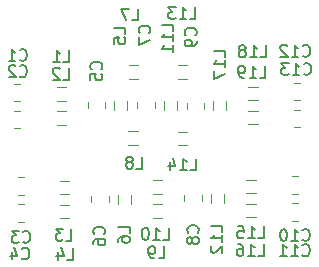
<source format=gbr>
%TF.GenerationSoftware,KiCad,Pcbnew,(5.99.0-10394-g2e15de97e0)*%
%TF.CreationDate,2021-05-18T08:37:06+02:00*%
%TF.ProjectId,BP02A,42503032-412e-46b6-9963-61645f706362,rev?*%
%TF.SameCoordinates,Original*%
%TF.FileFunction,Legend,Bot*%
%TF.FilePolarity,Positive*%
%FSLAX46Y46*%
G04 Gerber Fmt 4.6, Leading zero omitted, Abs format (unit mm)*
G04 Created by KiCad (PCBNEW (5.99.0-10394-g2e15de97e0)) date 2021-05-18 08:37:06*
%MOMM*%
%LPD*%
G01*
G04 APERTURE LIST*
%ADD10C,0.150000*%
%ADD11C,0.120000*%
G04 APERTURE END LIST*
D10*
%TO.C,L10*%
X29675057Y12501619D02*
X30151247Y12501619D01*
X30151247Y13501619D01*
X28817914Y12501619D02*
X29389342Y12501619D01*
X29103628Y12501619D02*
X29103628Y13501619D01*
X29198866Y13358761D01*
X29294104Y13263523D01*
X29389342Y13215904D01*
X28198866Y13501619D02*
X28103628Y13501619D01*
X28008390Y13454000D01*
X27960771Y13406380D01*
X27913152Y13311142D01*
X27865533Y13120666D01*
X27865533Y12882571D01*
X27913152Y12692095D01*
X27960771Y12596857D01*
X28008390Y12549238D01*
X28103628Y12501619D01*
X28198866Y12501619D01*
X28294104Y12549238D01*
X28341723Y12596857D01*
X28389342Y12692095D01*
X28436961Y12882571D01*
X28436961Y13120666D01*
X28389342Y13311142D01*
X28341723Y13406380D01*
X28294104Y13454000D01*
X28198866Y13501619D01*
%TO.C,C5*%
X24417342Y26929866D02*
X24464961Y26977485D01*
X24512580Y27120342D01*
X24512580Y27215580D01*
X24464961Y27358438D01*
X24369723Y27453676D01*
X24274485Y27501295D01*
X24084009Y27548914D01*
X23941152Y27548914D01*
X23750676Y27501295D01*
X23655438Y27453676D01*
X23560200Y27358438D01*
X23512580Y27215580D01*
X23512580Y27120342D01*
X23560200Y26977485D01*
X23607819Y26929866D01*
X23512580Y26025104D02*
X23512580Y26501295D01*
X23988771Y26548914D01*
X23941152Y26501295D01*
X23893533Y26406057D01*
X23893533Y26167961D01*
X23941152Y26072723D01*
X23988771Y26025104D01*
X24084009Y25977485D01*
X24322104Y25977485D01*
X24417342Y26025104D01*
X24464961Y26072723D01*
X24512580Y26167961D01*
X24512580Y26406057D01*
X24464961Y26501295D01*
X24417342Y26548914D01*
%TO.C,L1*%
X21229666Y27530019D02*
X21705857Y27530019D01*
X21705857Y28530019D01*
X20372523Y27530019D02*
X20943952Y27530019D01*
X20658238Y27530019D02*
X20658238Y28530019D01*
X20753476Y28387161D01*
X20848714Y28291923D01*
X20943952Y28244304D01*
%TO.C,L13*%
X31920457Y31196019D02*
X32396647Y31196019D01*
X32396647Y32196019D01*
X31063314Y31196019D02*
X31634742Y31196019D01*
X31349028Y31196019D02*
X31349028Y32196019D01*
X31444266Y32053161D01*
X31539504Y31957923D01*
X31634742Y31910304D01*
X30729980Y32196019D02*
X30110933Y32196019D01*
X30444266Y31815066D01*
X30301409Y31815066D01*
X30206171Y31767447D01*
X30158552Y31719828D01*
X30110933Y31624590D01*
X30110933Y31386495D01*
X30158552Y31291257D01*
X30206171Y31243638D01*
X30301409Y31196019D01*
X30587123Y31196019D01*
X30682361Y31243638D01*
X30729980Y31291257D01*
%TO.C,C12*%
X41496257Y28090857D02*
X41543876Y28043238D01*
X41686733Y27995619D01*
X41781971Y27995619D01*
X41924828Y28043238D01*
X42020066Y28138476D01*
X42067685Y28233714D01*
X42115304Y28424190D01*
X42115304Y28567047D01*
X42067685Y28757523D01*
X42020066Y28852761D01*
X41924828Y28948000D01*
X41781971Y28995619D01*
X41686733Y28995619D01*
X41543876Y28948000D01*
X41496257Y28900380D01*
X40543876Y27995619D02*
X41115304Y27995619D01*
X40829590Y27995619D02*
X40829590Y28995619D01*
X40924828Y28852761D01*
X41020066Y28757523D01*
X41115304Y28709904D01*
X40162923Y28900380D02*
X40115304Y28948000D01*
X40020066Y28995619D01*
X39781971Y28995619D01*
X39686733Y28948000D01*
X39639114Y28900380D01*
X39591495Y28805142D01*
X39591495Y28709904D01*
X39639114Y28567047D01*
X40210542Y27995619D01*
X39591495Y27995619D01*
%TO.C,L18*%
X37889457Y27944819D02*
X38365647Y27944819D01*
X38365647Y28944819D01*
X37032314Y27944819D02*
X37603742Y27944819D01*
X37318028Y27944819D02*
X37318028Y28944819D01*
X37413266Y28801961D01*
X37508504Y28706723D01*
X37603742Y28659104D01*
X36460885Y28516247D02*
X36556123Y28563866D01*
X36603742Y28611485D01*
X36651361Y28706723D01*
X36651361Y28754342D01*
X36603742Y28849580D01*
X36556123Y28897200D01*
X36460885Y28944819D01*
X36270409Y28944819D01*
X36175171Y28897200D01*
X36127552Y28849580D01*
X36079933Y28754342D01*
X36079933Y28706723D01*
X36127552Y28611485D01*
X36175171Y28563866D01*
X36270409Y28516247D01*
X36460885Y28516247D01*
X36556123Y28468628D01*
X36603742Y28421009D01*
X36651361Y28325771D01*
X36651361Y28135295D01*
X36603742Y28040057D01*
X36556123Y27992438D01*
X36460885Y27944819D01*
X36270409Y27944819D01*
X36175171Y27992438D01*
X36127552Y28040057D01*
X36079933Y28135295D01*
X36079933Y28325771D01*
X36127552Y28421009D01*
X36175171Y28468628D01*
X36270409Y28516247D01*
%TO.C,C6*%
X24660742Y12978466D02*
X24708361Y13026085D01*
X24755980Y13168942D01*
X24755980Y13264180D01*
X24708361Y13407038D01*
X24613123Y13502276D01*
X24517885Y13549895D01*
X24327409Y13597514D01*
X24184552Y13597514D01*
X23994076Y13549895D01*
X23898838Y13502276D01*
X23803600Y13407038D01*
X23755980Y13264180D01*
X23755980Y13168942D01*
X23803600Y13026085D01*
X23851219Y12978466D01*
X23755980Y12121323D02*
X23755980Y12311800D01*
X23803600Y12407038D01*
X23851219Y12454657D01*
X23994076Y12549895D01*
X24184552Y12597514D01*
X24565504Y12597514D01*
X24660742Y12549895D01*
X24708361Y12502276D01*
X24755980Y12407038D01*
X24755980Y12216561D01*
X24708361Y12121323D01*
X24660742Y12073704D01*
X24565504Y12026085D01*
X24327409Y12026085D01*
X24232171Y12073704D01*
X24184552Y12121323D01*
X24136933Y12216561D01*
X24136933Y12407038D01*
X24184552Y12502276D01*
X24232171Y12549895D01*
X24327409Y12597514D01*
%TO.C,L12*%
X34691580Y13190457D02*
X34691580Y13666647D01*
X33691580Y13666647D01*
X34691580Y12333314D02*
X34691580Y12904742D01*
X34691580Y12619028D02*
X33691580Y12619028D01*
X33834438Y12714266D01*
X33929676Y12809504D01*
X33977295Y12904742D01*
X33786819Y11952361D02*
X33739200Y11904742D01*
X33691580Y11809504D01*
X33691580Y11571409D01*
X33739200Y11476171D01*
X33786819Y11428552D01*
X33882057Y11380933D01*
X33977295Y11380933D01*
X34120152Y11428552D01*
X34691580Y11999980D01*
X34691580Y11380933D01*
%TO.C,L19*%
X37838657Y26217619D02*
X38314847Y26217619D01*
X38314847Y27217619D01*
X36981514Y26217619D02*
X37552942Y26217619D01*
X37267228Y26217619D02*
X37267228Y27217619D01*
X37362466Y27074761D01*
X37457704Y26979523D01*
X37552942Y26931904D01*
X36505323Y26217619D02*
X36314847Y26217619D01*
X36219609Y26265238D01*
X36171990Y26312857D01*
X36076752Y26455714D01*
X36029133Y26646190D01*
X36029133Y27027142D01*
X36076752Y27122380D01*
X36124371Y27170000D01*
X36219609Y27217619D01*
X36410085Y27217619D01*
X36505323Y27170000D01*
X36552942Y27122380D01*
X36600561Y27027142D01*
X36600561Y26789047D01*
X36552942Y26693809D01*
X36505323Y26646190D01*
X36410085Y26598571D01*
X36219609Y26598571D01*
X36124371Y26646190D01*
X36076752Y26693809D01*
X36029133Y26789047D01*
%TO.C,L3*%
X21422166Y12425419D02*
X21898357Y12425419D01*
X21898357Y13425419D01*
X21184071Y13425419D02*
X20565023Y13425419D01*
X20898357Y13044466D01*
X20755500Y13044466D01*
X20660261Y12996847D01*
X20612642Y12949228D01*
X20565023Y12853990D01*
X20565023Y12615895D01*
X20612642Y12520657D01*
X20660261Y12473038D01*
X20755500Y12425419D01*
X21041214Y12425419D01*
X21136452Y12473038D01*
X21184071Y12520657D01*
%TO.C,L11*%
X30536180Y30208457D02*
X30536180Y30684647D01*
X29536180Y30684647D01*
X30536180Y29351314D02*
X30536180Y29922742D01*
X30536180Y29637028D02*
X29536180Y29637028D01*
X29679038Y29732266D01*
X29774276Y29827504D01*
X29821895Y29922742D01*
X30536180Y28398933D02*
X30536180Y28970361D01*
X30536180Y28684647D02*
X29536180Y28684647D01*
X29679038Y28779885D01*
X29774276Y28875123D01*
X29821895Y28970361D01*
%TO.C,L15*%
X37726857Y12628619D02*
X38203047Y12628619D01*
X38203047Y13628619D01*
X36869714Y12628619D02*
X37441142Y12628619D01*
X37155428Y12628619D02*
X37155428Y13628619D01*
X37250666Y13485761D01*
X37345904Y13390523D01*
X37441142Y13342904D01*
X35964952Y13628619D02*
X36441142Y13628619D01*
X36488761Y13152428D01*
X36441142Y13200047D01*
X36345904Y13247666D01*
X36107809Y13247666D01*
X36012571Y13200047D01*
X35964952Y13152428D01*
X35917333Y13057190D01*
X35917333Y12819095D01*
X35964952Y12723857D01*
X36012571Y12676238D01*
X36107809Y12628619D01*
X36345904Y12628619D01*
X36441142Y12676238D01*
X36488761Y12723857D01*
%TO.C,C2*%
X17525566Y26355257D02*
X17573185Y26307638D01*
X17716042Y26260019D01*
X17811280Y26260019D01*
X17954138Y26307638D01*
X18049376Y26402876D01*
X18096995Y26498114D01*
X18144614Y26688590D01*
X18144614Y26831447D01*
X18096995Y27021923D01*
X18049376Y27117161D01*
X17954138Y27212400D01*
X17811280Y27260019D01*
X17716042Y27260019D01*
X17573185Y27212400D01*
X17525566Y27164780D01*
X17144614Y27164780D02*
X17096995Y27212400D01*
X17001757Y27260019D01*
X16763661Y27260019D01*
X16668423Y27212400D01*
X16620804Y27164780D01*
X16573185Y27069542D01*
X16573185Y26974304D01*
X16620804Y26831447D01*
X17192233Y26260019D01*
X16573185Y26260019D01*
%TO.C,C8*%
X32589742Y13095266D02*
X32637361Y13142885D01*
X32684980Y13285742D01*
X32684980Y13380980D01*
X32637361Y13523838D01*
X32542123Y13619076D01*
X32446885Y13666695D01*
X32256409Y13714314D01*
X32113552Y13714314D01*
X31923076Y13666695D01*
X31827838Y13619076D01*
X31732600Y13523838D01*
X31684980Y13380980D01*
X31684980Y13285742D01*
X31732600Y13142885D01*
X31780219Y13095266D01*
X32113552Y12523838D02*
X32065933Y12619076D01*
X32018314Y12666695D01*
X31923076Y12714314D01*
X31875457Y12714314D01*
X31780219Y12666695D01*
X31732600Y12619076D01*
X31684980Y12523838D01*
X31684980Y12333361D01*
X31732600Y12238123D01*
X31780219Y12190504D01*
X31875457Y12142885D01*
X31923076Y12142885D01*
X32018314Y12190504D01*
X32065933Y12238123D01*
X32113552Y12333361D01*
X32113552Y12523838D01*
X32161171Y12619076D01*
X32208790Y12666695D01*
X32304028Y12714314D01*
X32494504Y12714314D01*
X32589742Y12666695D01*
X32637361Y12619076D01*
X32684980Y12523838D01*
X32684980Y12333361D01*
X32637361Y12238123D01*
X32589742Y12190504D01*
X32494504Y12142885D01*
X32304028Y12142885D01*
X32208790Y12190504D01*
X32161171Y12238123D01*
X32113552Y12333361D01*
%TO.C,L2*%
X21178866Y26056819D02*
X21655057Y26056819D01*
X21655057Y27056819D01*
X20893152Y26961580D02*
X20845533Y27009200D01*
X20750295Y27056819D01*
X20512200Y27056819D01*
X20416961Y27009200D01*
X20369342Y26961580D01*
X20321723Y26866342D01*
X20321723Y26771104D01*
X20369342Y26628247D01*
X20940771Y26056819D01*
X20321723Y26056819D01*
%TO.C,C4*%
X17697066Y10920457D02*
X17744685Y10872838D01*
X17887542Y10825219D01*
X17982780Y10825219D01*
X18125638Y10872838D01*
X18220876Y10968076D01*
X18268495Y11063314D01*
X18316114Y11253790D01*
X18316114Y11396647D01*
X18268495Y11587123D01*
X18220876Y11682361D01*
X18125638Y11777600D01*
X17982780Y11825219D01*
X17887542Y11825219D01*
X17744685Y11777600D01*
X17697066Y11729980D01*
X16839923Y11491885D02*
X16839923Y10825219D01*
X17078019Y11872838D02*
X17316114Y11158552D01*
X16697066Y11158552D01*
%TO.C,C3*%
X17798666Y12342857D02*
X17846285Y12295238D01*
X17989142Y12247619D01*
X18084380Y12247619D01*
X18227238Y12295238D01*
X18322476Y12390476D01*
X18370095Y12485714D01*
X18417714Y12676190D01*
X18417714Y12819047D01*
X18370095Y13009523D01*
X18322476Y13104761D01*
X18227238Y13200000D01*
X18084380Y13247619D01*
X17989142Y13247619D01*
X17846285Y13200000D01*
X17798666Y13152380D01*
X17465333Y13247619D02*
X16846285Y13247619D01*
X17179619Y12866666D01*
X17036761Y12866666D01*
X16941523Y12819047D01*
X16893904Y12771428D01*
X16846285Y12676190D01*
X16846285Y12438095D01*
X16893904Y12342857D01*
X16941523Y12295238D01*
X17036761Y12247619D01*
X17322476Y12247619D01*
X17417714Y12295238D01*
X17465333Y12342857D01*
%TO.C,L9*%
X29275066Y10926819D02*
X29751257Y10926819D01*
X29751257Y11926819D01*
X28894114Y10926819D02*
X28703638Y10926819D01*
X28608400Y10974438D01*
X28560780Y11022057D01*
X28465542Y11164914D01*
X28417923Y11355390D01*
X28417923Y11736342D01*
X28465542Y11831580D01*
X28513161Y11879200D01*
X28608400Y11926819D01*
X28798876Y11926819D01*
X28894114Y11879200D01*
X28941733Y11831580D01*
X28989352Y11736342D01*
X28989352Y11498247D01*
X28941733Y11403009D01*
X28894114Y11355390D01*
X28798876Y11307771D01*
X28608400Y11307771D01*
X28513161Y11355390D01*
X28465542Y11403009D01*
X28417923Y11498247D01*
%TO.C,L14*%
X31945857Y18369019D02*
X32422047Y18369019D01*
X32422047Y19369019D01*
X31088714Y18369019D02*
X31660142Y18369019D01*
X31374428Y18369019D02*
X31374428Y19369019D01*
X31469666Y19226161D01*
X31564904Y19130923D01*
X31660142Y19083304D01*
X30231571Y19035685D02*
X30231571Y18369019D01*
X30469666Y19416638D02*
X30707761Y18702352D01*
X30088714Y18702352D01*
%TO.C,L17*%
X34930380Y27973257D02*
X34930380Y28449447D01*
X33930380Y28449447D01*
X34930380Y27116114D02*
X34930380Y27687542D01*
X34930380Y27401828D02*
X33930380Y27401828D01*
X34073238Y27497066D01*
X34168476Y27592304D01*
X34216095Y27687542D01*
X33930380Y26782780D02*
X33930380Y26116114D01*
X34930380Y26544685D01*
%TO.C,L16*%
X37701457Y11130019D02*
X38177647Y11130019D01*
X38177647Y12130019D01*
X36844314Y11130019D02*
X37415742Y11130019D01*
X37130028Y11130019D02*
X37130028Y12130019D01*
X37225266Y11987161D01*
X37320504Y11891923D01*
X37415742Y11844304D01*
X35987171Y12130019D02*
X36177647Y12130019D01*
X36272885Y12082400D01*
X36320504Y12034780D01*
X36415742Y11891923D01*
X36463361Y11701447D01*
X36463361Y11320495D01*
X36415742Y11225257D01*
X36368123Y11177638D01*
X36272885Y11130019D01*
X36082409Y11130019D01*
X35987171Y11177638D01*
X35939552Y11225257D01*
X35891933Y11320495D01*
X35891933Y11558590D01*
X35939552Y11653828D01*
X35987171Y11701447D01*
X36082409Y11749066D01*
X36272885Y11749066D01*
X36368123Y11701447D01*
X36415742Y11653828D01*
X36463361Y11558590D01*
%TO.C,L4*%
X21523766Y10799819D02*
X21999957Y10799819D01*
X21999957Y11799819D01*
X20761861Y11466485D02*
X20761861Y10799819D01*
X20999957Y11847438D02*
X21238052Y11133152D01*
X20619004Y11133152D01*
%TO.C,L5*%
X26472180Y29910066D02*
X26472180Y30386257D01*
X25472180Y30386257D01*
X25472180Y29100542D02*
X25472180Y29576733D01*
X25948371Y29624352D01*
X25900752Y29576733D01*
X25853133Y29481495D01*
X25853133Y29243400D01*
X25900752Y29148161D01*
X25948371Y29100542D01*
X26043609Y29052923D01*
X26281704Y29052923D01*
X26376942Y29100542D01*
X26424561Y29148161D01*
X26472180Y29243400D01*
X26472180Y29481495D01*
X26424561Y29576733D01*
X26376942Y29624352D01*
%TO.C,C13*%
X41572457Y26541457D02*
X41620076Y26493838D01*
X41762933Y26446219D01*
X41858171Y26446219D01*
X42001028Y26493838D01*
X42096266Y26589076D01*
X42143885Y26684314D01*
X42191504Y26874790D01*
X42191504Y27017647D01*
X42143885Y27208123D01*
X42096266Y27303361D01*
X42001028Y27398600D01*
X41858171Y27446219D01*
X41762933Y27446219D01*
X41620076Y27398600D01*
X41572457Y27350980D01*
X40620076Y26446219D02*
X41191504Y26446219D01*
X40905790Y26446219D02*
X40905790Y27446219D01*
X41001028Y27303361D01*
X41096266Y27208123D01*
X41191504Y27160504D01*
X40286742Y27446219D02*
X39667695Y27446219D01*
X40001028Y27065266D01*
X39858171Y27065266D01*
X39762933Y27017647D01*
X39715314Y26970028D01*
X39667695Y26874790D01*
X39667695Y26636695D01*
X39715314Y26541457D01*
X39762933Y26493838D01*
X39858171Y26446219D01*
X40143885Y26446219D01*
X40239123Y26493838D01*
X40286742Y26541457D01*
%TO.C,C10*%
X41460657Y12495257D02*
X41508276Y12447638D01*
X41651133Y12400019D01*
X41746371Y12400019D01*
X41889228Y12447638D01*
X41984466Y12542876D01*
X42032085Y12638114D01*
X42079704Y12828590D01*
X42079704Y12971447D01*
X42032085Y13161923D01*
X41984466Y13257161D01*
X41889228Y13352400D01*
X41746371Y13400019D01*
X41651133Y13400019D01*
X41508276Y13352400D01*
X41460657Y13304780D01*
X40508276Y12400019D02*
X41079704Y12400019D01*
X40793990Y12400019D02*
X40793990Y13400019D01*
X40889228Y13257161D01*
X40984466Y13161923D01*
X41079704Y13114304D01*
X39889228Y13400019D02*
X39793990Y13400019D01*
X39698752Y13352400D01*
X39651133Y13304780D01*
X39603514Y13209542D01*
X39555895Y13019066D01*
X39555895Y12780971D01*
X39603514Y12590495D01*
X39651133Y12495257D01*
X39698752Y12447638D01*
X39793990Y12400019D01*
X39889228Y12400019D01*
X39984466Y12447638D01*
X40032085Y12495257D01*
X40079704Y12590495D01*
X40127323Y12780971D01*
X40127323Y13019066D01*
X40079704Y13209542D01*
X40032085Y13304780D01*
X39984466Y13352400D01*
X39889228Y13400019D01*
%TO.C,C9*%
X32396742Y29808466D02*
X32444361Y29856085D01*
X32491980Y29998942D01*
X32491980Y30094180D01*
X32444361Y30237038D01*
X32349123Y30332276D01*
X32253885Y30379895D01*
X32063409Y30427514D01*
X31920552Y30427514D01*
X31730076Y30379895D01*
X31634838Y30332276D01*
X31539600Y30237038D01*
X31491980Y30094180D01*
X31491980Y29998942D01*
X31539600Y29856085D01*
X31587219Y29808466D01*
X32491980Y29332276D02*
X32491980Y29141800D01*
X32444361Y29046561D01*
X32396742Y28998942D01*
X32253885Y28903704D01*
X32063409Y28856085D01*
X31682457Y28856085D01*
X31587219Y28903704D01*
X31539600Y28951323D01*
X31491980Y29046561D01*
X31491980Y29237038D01*
X31539600Y29332276D01*
X31587219Y29379895D01*
X31682457Y29427514D01*
X31920552Y29427514D01*
X32015790Y29379895D01*
X32063409Y29332276D01*
X32111028Y29237038D01*
X32111028Y29046561D01*
X32063409Y28951323D01*
X32015790Y28903704D01*
X31920552Y28856085D01*
%TO.C,C11*%
X41460657Y11199857D02*
X41508276Y11152238D01*
X41651133Y11104619D01*
X41746371Y11104619D01*
X41889228Y11152238D01*
X41984466Y11247476D01*
X42032085Y11342714D01*
X42079704Y11533190D01*
X42079704Y11676047D01*
X42032085Y11866523D01*
X41984466Y11961761D01*
X41889228Y12057000D01*
X41746371Y12104619D01*
X41651133Y12104619D01*
X41508276Y12057000D01*
X41460657Y12009380D01*
X40508276Y11104619D02*
X41079704Y11104619D01*
X40793990Y11104619D02*
X40793990Y12104619D01*
X40889228Y11961761D01*
X40984466Y11866523D01*
X41079704Y11818904D01*
X39555895Y11104619D02*
X40127323Y11104619D01*
X39841609Y11104619D02*
X39841609Y12104619D01*
X39936847Y11961761D01*
X40032085Y11866523D01*
X40127323Y11818904D01*
%TO.C,L8*%
X27380266Y18521419D02*
X27856457Y18521419D01*
X27856457Y19521419D01*
X26904076Y19092847D02*
X26999314Y19140466D01*
X27046933Y19188085D01*
X27094552Y19283323D01*
X27094552Y19330942D01*
X27046933Y19426180D01*
X26999314Y19473800D01*
X26904076Y19521419D01*
X26713600Y19521419D01*
X26618361Y19473800D01*
X26570742Y19426180D01*
X26523123Y19330942D01*
X26523123Y19283323D01*
X26570742Y19188085D01*
X26618361Y19140466D01*
X26713600Y19092847D01*
X26904076Y19092847D01*
X26999314Y19045228D01*
X27046933Y18997609D01*
X27094552Y18902371D01*
X27094552Y18711895D01*
X27046933Y18616657D01*
X26999314Y18569038D01*
X26904076Y18521419D01*
X26713600Y18521419D01*
X26618361Y18569038D01*
X26570742Y18616657D01*
X26523123Y18711895D01*
X26523123Y18902371D01*
X26570742Y18997609D01*
X26618361Y19045228D01*
X26713600Y19092847D01*
%TO.C,L7*%
X27024666Y31069019D02*
X27500857Y31069019D01*
X27500857Y32069019D01*
X26786571Y32069019D02*
X26119904Y32069019D01*
X26548476Y31069019D01*
%TO.C,C7*%
X28485142Y30011666D02*
X28532761Y30059285D01*
X28580380Y30202142D01*
X28580380Y30297380D01*
X28532761Y30440238D01*
X28437523Y30535476D01*
X28342285Y30583095D01*
X28151809Y30630714D01*
X28008952Y30630714D01*
X27818476Y30583095D01*
X27723238Y30535476D01*
X27628000Y30440238D01*
X27580380Y30297380D01*
X27580380Y30202142D01*
X27628000Y30059285D01*
X27675619Y30011666D01*
X27580380Y29678333D02*
X27580380Y29011666D01*
X28580380Y29440238D01*
%TO.C,C1*%
X17525566Y27726857D02*
X17573185Y27679238D01*
X17716042Y27631619D01*
X17811280Y27631619D01*
X17954138Y27679238D01*
X18049376Y27774476D01*
X18096995Y27869714D01*
X18144614Y28060190D01*
X18144614Y28203047D01*
X18096995Y28393523D01*
X18049376Y28488761D01*
X17954138Y28584000D01*
X17811280Y28631619D01*
X17716042Y28631619D01*
X17573185Y28584000D01*
X17525566Y28536380D01*
X16573185Y27631619D02*
X17144614Y27631619D01*
X16858900Y27631619D02*
X16858900Y28631619D01*
X16954138Y28488761D01*
X17049376Y28393523D01*
X17144614Y28345904D01*
%TO.C,L6*%
X26838780Y13080066D02*
X26838780Y13556257D01*
X25838780Y13556257D01*
X25838780Y12318161D02*
X25838780Y12508638D01*
X25886400Y12603876D01*
X25934019Y12651495D01*
X26076876Y12746733D01*
X26267352Y12794352D01*
X26648304Y12794352D01*
X26743542Y12746733D01*
X26791161Y12699114D01*
X26838780Y12603876D01*
X26838780Y12413400D01*
X26791161Y12318161D01*
X26743542Y12270542D01*
X26648304Y12222923D01*
X26410209Y12222923D01*
X26314971Y12270542D01*
X26267352Y12318161D01*
X26219733Y12413400D01*
X26219733Y12603876D01*
X26267352Y12699114D01*
X26314971Y12746733D01*
X26410209Y12794352D01*
D11*
%TO.C,L10*%
X28810378Y15495200D02*
X29609622Y15495200D01*
X28810378Y14375200D02*
X29609622Y14375200D01*
%TO.C,C5*%
X23303600Y23614748D02*
X23303600Y24137252D01*
X24773600Y23614748D02*
X24773600Y24137252D01*
%TO.C,L1*%
X20663378Y25392800D02*
X21462622Y25392800D01*
X20663378Y24272800D02*
X21462622Y24272800D01*
%TO.C,L13*%
X30928778Y27255400D02*
X31728022Y27255400D01*
X30928778Y26135400D02*
X31728022Y26135400D01*
%TO.C,C12*%
X41241652Y25754000D02*
X40719148Y25754000D01*
X41241652Y24284000D02*
X40719148Y24284000D01*
%TO.C,L18*%
X36872378Y25426600D02*
X37671622Y25426600D01*
X36872378Y24306600D02*
X37671622Y24306600D01*
%TO.C,C6*%
X25068200Y16171852D02*
X25068200Y15649348D01*
X23598200Y16171852D02*
X23598200Y15649348D01*
%TO.C,L12*%
X34799200Y16401622D02*
X34799200Y15602378D01*
X33679200Y16401622D02*
X33679200Y15602378D01*
%TO.C,L19*%
X37671622Y22274600D02*
X36872378Y22274600D01*
X37671622Y23394600D02*
X36872378Y23394600D01*
%TO.C,L3*%
X20936378Y16356400D02*
X21735622Y16356400D01*
X20936378Y17476400D02*
X21735622Y17476400D01*
%TO.C,L11*%
X30821600Y24271322D02*
X30821600Y23472078D01*
X29701600Y24271322D02*
X29701600Y23472078D01*
%TO.C,L15*%
X36709778Y17552600D02*
X37509022Y17552600D01*
X36709778Y16432600D02*
X37509022Y16432600D01*
%TO.C,C2*%
X17569352Y23434200D02*
X17046848Y23434200D01*
X17569352Y21964200D02*
X17046848Y21964200D01*
%TO.C,C8*%
X32942200Y16263252D02*
X32942200Y15740748D01*
X31472200Y16263252D02*
X31472200Y15740748D01*
%TO.C,L2*%
X21462622Y23360800D02*
X20663378Y23360800D01*
X21462622Y22240800D02*
X20663378Y22240800D01*
%TO.C,C4*%
X17360348Y15502600D02*
X17882852Y15502600D01*
X17360348Y14032600D02*
X17882852Y14032600D01*
%TO.C,C3*%
X17882852Y16318600D02*
X17360348Y16318600D01*
X17882852Y17788600D02*
X17360348Y17788600D01*
%TO.C,L9*%
X28810378Y16407200D02*
X29609622Y16407200D01*
X28810378Y17527200D02*
X29609622Y17527200D01*
%TO.C,L14*%
X31728022Y21616600D02*
X30928778Y21616600D01*
X31728022Y20496600D02*
X30928778Y20496600D01*
%TO.C,L17*%
X33867200Y24250222D02*
X33867200Y23450978D01*
X34987200Y24250222D02*
X34987200Y23450978D01*
%TO.C,L16*%
X36709778Y15520600D02*
X37509022Y15520600D01*
X36709778Y14400600D02*
X37509022Y14400600D01*
%TO.C,L4*%
X20936378Y15444400D02*
X21735622Y15444400D01*
X20936378Y14324400D02*
X21735622Y14324400D01*
%TO.C,L5*%
X26630600Y24275622D02*
X26630600Y23476378D01*
X25510600Y24275622D02*
X25510600Y23476378D01*
%TO.C,C13*%
X41241652Y21998000D02*
X40719148Y21998000D01*
X41241652Y23468000D02*
X40719148Y23468000D01*
%TO.C,C10*%
X41104452Y16384600D02*
X40581948Y16384600D01*
X41104452Y17854600D02*
X40581948Y17854600D01*
%TO.C,C9*%
X33130200Y23589348D02*
X33130200Y24111852D01*
X31660200Y23589348D02*
X31660200Y24111852D01*
%TO.C,C11*%
X40581948Y15568600D02*
X41104452Y15568600D01*
X40581948Y14098600D02*
X41104452Y14098600D01*
%TO.C,L8*%
X27511622Y21667400D02*
X26712378Y21667400D01*
X27511622Y20547400D02*
X26712378Y20547400D01*
%TO.C,L7*%
X26737778Y27255400D02*
X27537022Y27255400D01*
X26737778Y26135400D02*
X27537022Y26135400D01*
%TO.C,C7*%
X27494600Y23610448D02*
X27494600Y24132952D01*
X28964600Y23610448D02*
X28964600Y24132952D01*
%TO.C,C1*%
X17569352Y24250200D02*
X17046848Y24250200D01*
X17569352Y25720200D02*
X17046848Y25720200D01*
%TO.C,L6*%
X26925200Y16310222D02*
X26925200Y15510978D01*
X25805200Y16310222D02*
X25805200Y15510978D01*
%TD*%
M02*

</source>
